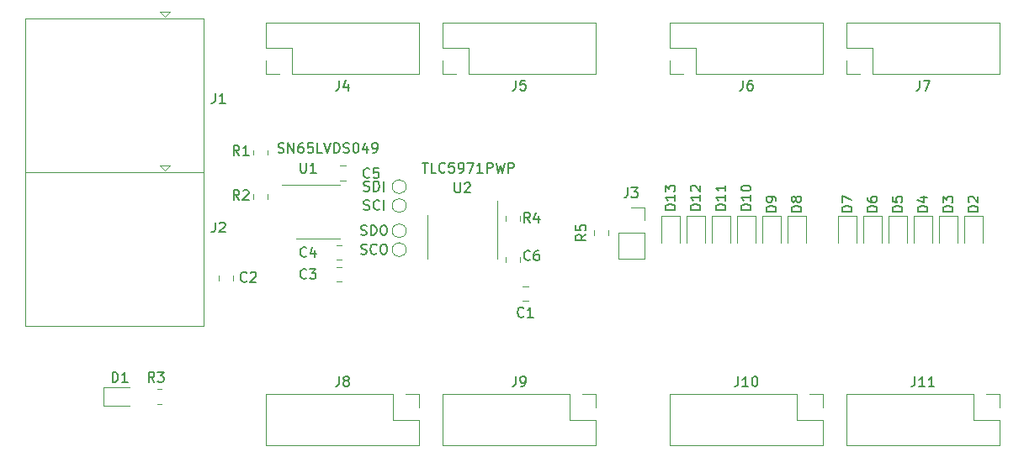
<source format=gbr>
%TF.GenerationSoftware,KiCad,Pcbnew,8.0.2*%
%TF.CreationDate,2025-01-01T18:30:46+01:00*%
%TF.ProjectId,test,74657374-2e6b-4696-9361-645f70636258,rev?*%
%TF.SameCoordinates,Original*%
%TF.FileFunction,Legend,Top*%
%TF.FilePolarity,Positive*%
%FSLAX46Y46*%
G04 Gerber Fmt 4.6, Leading zero omitted, Abs format (unit mm)*
G04 Created by KiCad (PCBNEW 8.0.2) date 2025-01-01 18:30:46*
%MOMM*%
%LPD*%
G01*
G04 APERTURE LIST*
%ADD10C,0.150000*%
%ADD11C,0.120000*%
G04 APERTURE END LIST*
D10*
X148954819Y-91166666D02*
X148478628Y-91499999D01*
X148954819Y-91738094D02*
X147954819Y-91738094D01*
X147954819Y-91738094D02*
X147954819Y-91357142D01*
X147954819Y-91357142D02*
X148002438Y-91261904D01*
X148002438Y-91261904D02*
X148050057Y-91214285D01*
X148050057Y-91214285D02*
X148145295Y-91166666D01*
X148145295Y-91166666D02*
X148288152Y-91166666D01*
X148288152Y-91166666D02*
X148383390Y-91214285D01*
X148383390Y-91214285D02*
X148431009Y-91261904D01*
X148431009Y-91261904D02*
X148478628Y-91357142D01*
X148478628Y-91357142D02*
X148478628Y-91738094D01*
X147954819Y-90261904D02*
X147954819Y-90738094D01*
X147954819Y-90738094D02*
X148431009Y-90785713D01*
X148431009Y-90785713D02*
X148383390Y-90738094D01*
X148383390Y-90738094D02*
X148335771Y-90642856D01*
X148335771Y-90642856D02*
X148335771Y-90404761D01*
X148335771Y-90404761D02*
X148383390Y-90309523D01*
X148383390Y-90309523D02*
X148431009Y-90261904D01*
X148431009Y-90261904D02*
X148526247Y-90214285D01*
X148526247Y-90214285D02*
X148764342Y-90214285D01*
X148764342Y-90214285D02*
X148859580Y-90261904D01*
X148859580Y-90261904D02*
X148907200Y-90309523D01*
X148907200Y-90309523D02*
X148954819Y-90404761D01*
X148954819Y-90404761D02*
X148954819Y-90642856D01*
X148954819Y-90642856D02*
X148907200Y-90738094D01*
X148907200Y-90738094D02*
X148859580Y-90785713D01*
X153166666Y-86454819D02*
X153166666Y-87169104D01*
X153166666Y-87169104D02*
X153119047Y-87311961D01*
X153119047Y-87311961D02*
X153023809Y-87407200D01*
X153023809Y-87407200D02*
X152880952Y-87454819D01*
X152880952Y-87454819D02*
X152785714Y-87454819D01*
X153547619Y-86454819D02*
X154166666Y-86454819D01*
X154166666Y-86454819D02*
X153833333Y-86835771D01*
X153833333Y-86835771D02*
X153976190Y-86835771D01*
X153976190Y-86835771D02*
X154071428Y-86883390D01*
X154071428Y-86883390D02*
X154119047Y-86931009D01*
X154119047Y-86931009D02*
X154166666Y-87026247D01*
X154166666Y-87026247D02*
X154166666Y-87264342D01*
X154166666Y-87264342D02*
X154119047Y-87359580D01*
X154119047Y-87359580D02*
X154071428Y-87407200D01*
X154071428Y-87407200D02*
X153976190Y-87454819D01*
X153976190Y-87454819D02*
X153690476Y-87454819D01*
X153690476Y-87454819D02*
X153595238Y-87407200D01*
X153595238Y-87407200D02*
X153547619Y-87359580D01*
X163014819Y-88706785D02*
X162014819Y-88706785D01*
X162014819Y-88706785D02*
X162014819Y-88468690D01*
X162014819Y-88468690D02*
X162062438Y-88325833D01*
X162062438Y-88325833D02*
X162157676Y-88230595D01*
X162157676Y-88230595D02*
X162252914Y-88182976D01*
X162252914Y-88182976D02*
X162443390Y-88135357D01*
X162443390Y-88135357D02*
X162586247Y-88135357D01*
X162586247Y-88135357D02*
X162776723Y-88182976D01*
X162776723Y-88182976D02*
X162871961Y-88230595D01*
X162871961Y-88230595D02*
X162967200Y-88325833D01*
X162967200Y-88325833D02*
X163014819Y-88468690D01*
X163014819Y-88468690D02*
X163014819Y-88706785D01*
X163014819Y-87182976D02*
X163014819Y-87754404D01*
X163014819Y-87468690D02*
X162014819Y-87468690D01*
X162014819Y-87468690D02*
X162157676Y-87563928D01*
X162157676Y-87563928D02*
X162252914Y-87659166D01*
X162252914Y-87659166D02*
X162300533Y-87754404D01*
X163014819Y-86230595D02*
X163014819Y-86802023D01*
X163014819Y-86516309D02*
X162014819Y-86516309D01*
X162014819Y-86516309D02*
X162157676Y-86611547D01*
X162157676Y-86611547D02*
X162252914Y-86706785D01*
X162252914Y-86706785D02*
X162300533Y-86802023D01*
X142708333Y-99419580D02*
X142660714Y-99467200D01*
X142660714Y-99467200D02*
X142517857Y-99514819D01*
X142517857Y-99514819D02*
X142422619Y-99514819D01*
X142422619Y-99514819D02*
X142279762Y-99467200D01*
X142279762Y-99467200D02*
X142184524Y-99371961D01*
X142184524Y-99371961D02*
X142136905Y-99276723D01*
X142136905Y-99276723D02*
X142089286Y-99086247D01*
X142089286Y-99086247D02*
X142089286Y-98943390D01*
X142089286Y-98943390D02*
X142136905Y-98752914D01*
X142136905Y-98752914D02*
X142184524Y-98657676D01*
X142184524Y-98657676D02*
X142279762Y-98562438D01*
X142279762Y-98562438D02*
X142422619Y-98514819D01*
X142422619Y-98514819D02*
X142517857Y-98514819D01*
X142517857Y-98514819D02*
X142660714Y-98562438D01*
X142660714Y-98562438D02*
X142708333Y-98610057D01*
X143660714Y-99514819D02*
X143089286Y-99514819D01*
X143375000Y-99514819D02*
X143375000Y-98514819D01*
X143375000Y-98514819D02*
X143279762Y-98657676D01*
X143279762Y-98657676D02*
X143184524Y-98752914D01*
X143184524Y-98752914D02*
X143089286Y-98800533D01*
X111666666Y-89954819D02*
X111666666Y-90669104D01*
X111666666Y-90669104D02*
X111619047Y-90811961D01*
X111619047Y-90811961D02*
X111523809Y-90907200D01*
X111523809Y-90907200D02*
X111380952Y-90954819D01*
X111380952Y-90954819D02*
X111285714Y-90954819D01*
X112095238Y-90050057D02*
X112142857Y-90002438D01*
X112142857Y-90002438D02*
X112238095Y-89954819D01*
X112238095Y-89954819D02*
X112476190Y-89954819D01*
X112476190Y-89954819D02*
X112571428Y-90002438D01*
X112571428Y-90002438D02*
X112619047Y-90050057D01*
X112619047Y-90050057D02*
X112666666Y-90145295D01*
X112666666Y-90145295D02*
X112666666Y-90240533D01*
X112666666Y-90240533D02*
X112619047Y-90383390D01*
X112619047Y-90383390D02*
X112047619Y-90954819D01*
X112047619Y-90954819D02*
X112666666Y-90954819D01*
X185874819Y-88865594D02*
X184874819Y-88865594D01*
X184874819Y-88865594D02*
X184874819Y-88627499D01*
X184874819Y-88627499D02*
X184922438Y-88484642D01*
X184922438Y-88484642D02*
X185017676Y-88389404D01*
X185017676Y-88389404D02*
X185112914Y-88341785D01*
X185112914Y-88341785D02*
X185303390Y-88294166D01*
X185303390Y-88294166D02*
X185446247Y-88294166D01*
X185446247Y-88294166D02*
X185636723Y-88341785D01*
X185636723Y-88341785D02*
X185731961Y-88389404D01*
X185731961Y-88389404D02*
X185827200Y-88484642D01*
X185827200Y-88484642D02*
X185874819Y-88627499D01*
X185874819Y-88627499D02*
X185874819Y-88865594D01*
X184874819Y-87960832D02*
X184874819Y-87341785D01*
X184874819Y-87341785D02*
X185255771Y-87675118D01*
X185255771Y-87675118D02*
X185255771Y-87532261D01*
X185255771Y-87532261D02*
X185303390Y-87437023D01*
X185303390Y-87437023D02*
X185351009Y-87389404D01*
X185351009Y-87389404D02*
X185446247Y-87341785D01*
X185446247Y-87341785D02*
X185684342Y-87341785D01*
X185684342Y-87341785D02*
X185779580Y-87389404D01*
X185779580Y-87389404D02*
X185827200Y-87437023D01*
X185827200Y-87437023D02*
X185874819Y-87532261D01*
X185874819Y-87532261D02*
X185874819Y-87817975D01*
X185874819Y-87817975D02*
X185827200Y-87913213D01*
X185827200Y-87913213D02*
X185779580Y-87960832D01*
X127188333Y-85404580D02*
X127140714Y-85452200D01*
X127140714Y-85452200D02*
X126997857Y-85499819D01*
X126997857Y-85499819D02*
X126902619Y-85499819D01*
X126902619Y-85499819D02*
X126759762Y-85452200D01*
X126759762Y-85452200D02*
X126664524Y-85356961D01*
X126664524Y-85356961D02*
X126616905Y-85261723D01*
X126616905Y-85261723D02*
X126569286Y-85071247D01*
X126569286Y-85071247D02*
X126569286Y-84928390D01*
X126569286Y-84928390D02*
X126616905Y-84737914D01*
X126616905Y-84737914D02*
X126664524Y-84642676D01*
X126664524Y-84642676D02*
X126759762Y-84547438D01*
X126759762Y-84547438D02*
X126902619Y-84499819D01*
X126902619Y-84499819D02*
X126997857Y-84499819D01*
X126997857Y-84499819D02*
X127140714Y-84547438D01*
X127140714Y-84547438D02*
X127188333Y-84595057D01*
X128093095Y-84499819D02*
X127616905Y-84499819D01*
X127616905Y-84499819D02*
X127569286Y-84976009D01*
X127569286Y-84976009D02*
X127616905Y-84928390D01*
X127616905Y-84928390D02*
X127712143Y-84880771D01*
X127712143Y-84880771D02*
X127950238Y-84880771D01*
X127950238Y-84880771D02*
X128045476Y-84928390D01*
X128045476Y-84928390D02*
X128093095Y-84976009D01*
X128093095Y-84976009D02*
X128140714Y-85071247D01*
X128140714Y-85071247D02*
X128140714Y-85309342D01*
X128140714Y-85309342D02*
X128093095Y-85404580D01*
X128093095Y-85404580D02*
X128045476Y-85452200D01*
X128045476Y-85452200D02*
X127950238Y-85499819D01*
X127950238Y-85499819D02*
X127712143Y-85499819D01*
X127712143Y-85499819D02*
X127616905Y-85452200D01*
X127616905Y-85452200D02*
X127569286Y-85404580D01*
X168094819Y-88865594D02*
X167094819Y-88865594D01*
X167094819Y-88865594D02*
X167094819Y-88627499D01*
X167094819Y-88627499D02*
X167142438Y-88484642D01*
X167142438Y-88484642D02*
X167237676Y-88389404D01*
X167237676Y-88389404D02*
X167332914Y-88341785D01*
X167332914Y-88341785D02*
X167523390Y-88294166D01*
X167523390Y-88294166D02*
X167666247Y-88294166D01*
X167666247Y-88294166D02*
X167856723Y-88341785D01*
X167856723Y-88341785D02*
X167951961Y-88389404D01*
X167951961Y-88389404D02*
X168047200Y-88484642D01*
X168047200Y-88484642D02*
X168094819Y-88627499D01*
X168094819Y-88627499D02*
X168094819Y-88865594D01*
X168094819Y-87817975D02*
X168094819Y-87627499D01*
X168094819Y-87627499D02*
X168047200Y-87532261D01*
X168047200Y-87532261D02*
X167999580Y-87484642D01*
X167999580Y-87484642D02*
X167856723Y-87389404D01*
X167856723Y-87389404D02*
X167666247Y-87341785D01*
X167666247Y-87341785D02*
X167285295Y-87341785D01*
X167285295Y-87341785D02*
X167190057Y-87389404D01*
X167190057Y-87389404D02*
X167142438Y-87437023D01*
X167142438Y-87437023D02*
X167094819Y-87532261D01*
X167094819Y-87532261D02*
X167094819Y-87722737D01*
X167094819Y-87722737D02*
X167142438Y-87817975D01*
X167142438Y-87817975D02*
X167190057Y-87865594D01*
X167190057Y-87865594D02*
X167285295Y-87913213D01*
X167285295Y-87913213D02*
X167523390Y-87913213D01*
X167523390Y-87913213D02*
X167618628Y-87865594D01*
X167618628Y-87865594D02*
X167666247Y-87817975D01*
X167666247Y-87817975D02*
X167713866Y-87722737D01*
X167713866Y-87722737D02*
X167713866Y-87532261D01*
X167713866Y-87532261D02*
X167666247Y-87437023D01*
X167666247Y-87437023D02*
X167618628Y-87389404D01*
X167618628Y-87389404D02*
X167523390Y-87341785D01*
X182070476Y-105499819D02*
X182070476Y-106214104D01*
X182070476Y-106214104D02*
X182022857Y-106356961D01*
X182022857Y-106356961D02*
X181927619Y-106452200D01*
X181927619Y-106452200D02*
X181784762Y-106499819D01*
X181784762Y-106499819D02*
X181689524Y-106499819D01*
X183070476Y-106499819D02*
X182499048Y-106499819D01*
X182784762Y-106499819D02*
X182784762Y-105499819D01*
X182784762Y-105499819D02*
X182689524Y-105642676D01*
X182689524Y-105642676D02*
X182594286Y-105737914D01*
X182594286Y-105737914D02*
X182499048Y-105785533D01*
X184022857Y-106499819D02*
X183451429Y-106499819D01*
X183737143Y-106499819D02*
X183737143Y-105499819D01*
X183737143Y-105499819D02*
X183641905Y-105642676D01*
X183641905Y-105642676D02*
X183546667Y-105737914D01*
X183546667Y-105737914D02*
X183451429Y-105785533D01*
X160474819Y-88706785D02*
X159474819Y-88706785D01*
X159474819Y-88706785D02*
X159474819Y-88468690D01*
X159474819Y-88468690D02*
X159522438Y-88325833D01*
X159522438Y-88325833D02*
X159617676Y-88230595D01*
X159617676Y-88230595D02*
X159712914Y-88182976D01*
X159712914Y-88182976D02*
X159903390Y-88135357D01*
X159903390Y-88135357D02*
X160046247Y-88135357D01*
X160046247Y-88135357D02*
X160236723Y-88182976D01*
X160236723Y-88182976D02*
X160331961Y-88230595D01*
X160331961Y-88230595D02*
X160427200Y-88325833D01*
X160427200Y-88325833D02*
X160474819Y-88468690D01*
X160474819Y-88468690D02*
X160474819Y-88706785D01*
X160474819Y-87182976D02*
X160474819Y-87754404D01*
X160474819Y-87468690D02*
X159474819Y-87468690D01*
X159474819Y-87468690D02*
X159617676Y-87563928D01*
X159617676Y-87563928D02*
X159712914Y-87659166D01*
X159712914Y-87659166D02*
X159760533Y-87754404D01*
X159570057Y-86802023D02*
X159522438Y-86754404D01*
X159522438Y-86754404D02*
X159474819Y-86659166D01*
X159474819Y-86659166D02*
X159474819Y-86421071D01*
X159474819Y-86421071D02*
X159522438Y-86325833D01*
X159522438Y-86325833D02*
X159570057Y-86278214D01*
X159570057Y-86278214D02*
X159665295Y-86230595D01*
X159665295Y-86230595D02*
X159760533Y-86230595D01*
X159760533Y-86230595D02*
X159903390Y-86278214D01*
X159903390Y-86278214D02*
X160474819Y-86849642D01*
X160474819Y-86849642D02*
X160474819Y-86230595D01*
X126611191Y-88672200D02*
X126754048Y-88719819D01*
X126754048Y-88719819D02*
X126992143Y-88719819D01*
X126992143Y-88719819D02*
X127087381Y-88672200D01*
X127087381Y-88672200D02*
X127135000Y-88624580D01*
X127135000Y-88624580D02*
X127182619Y-88529342D01*
X127182619Y-88529342D02*
X127182619Y-88434104D01*
X127182619Y-88434104D02*
X127135000Y-88338866D01*
X127135000Y-88338866D02*
X127087381Y-88291247D01*
X127087381Y-88291247D02*
X126992143Y-88243628D01*
X126992143Y-88243628D02*
X126801667Y-88196009D01*
X126801667Y-88196009D02*
X126706429Y-88148390D01*
X126706429Y-88148390D02*
X126658810Y-88100771D01*
X126658810Y-88100771D02*
X126611191Y-88005533D01*
X126611191Y-88005533D02*
X126611191Y-87910295D01*
X126611191Y-87910295D02*
X126658810Y-87815057D01*
X126658810Y-87815057D02*
X126706429Y-87767438D01*
X126706429Y-87767438D02*
X126801667Y-87719819D01*
X126801667Y-87719819D02*
X127039762Y-87719819D01*
X127039762Y-87719819D02*
X127182619Y-87767438D01*
X128182619Y-88624580D02*
X128135000Y-88672200D01*
X128135000Y-88672200D02*
X127992143Y-88719819D01*
X127992143Y-88719819D02*
X127896905Y-88719819D01*
X127896905Y-88719819D02*
X127754048Y-88672200D01*
X127754048Y-88672200D02*
X127658810Y-88576961D01*
X127658810Y-88576961D02*
X127611191Y-88481723D01*
X127611191Y-88481723D02*
X127563572Y-88291247D01*
X127563572Y-88291247D02*
X127563572Y-88148390D01*
X127563572Y-88148390D02*
X127611191Y-87957914D01*
X127611191Y-87957914D02*
X127658810Y-87862676D01*
X127658810Y-87862676D02*
X127754048Y-87767438D01*
X127754048Y-87767438D02*
X127896905Y-87719819D01*
X127896905Y-87719819D02*
X127992143Y-87719819D01*
X127992143Y-87719819D02*
X128135000Y-87767438D01*
X128135000Y-87767438D02*
X128182619Y-87815057D01*
X128611191Y-88719819D02*
X128611191Y-87719819D01*
X101324405Y-106049819D02*
X101324405Y-105049819D01*
X101324405Y-105049819D02*
X101562500Y-105049819D01*
X101562500Y-105049819D02*
X101705357Y-105097438D01*
X101705357Y-105097438D02*
X101800595Y-105192676D01*
X101800595Y-105192676D02*
X101848214Y-105287914D01*
X101848214Y-105287914D02*
X101895833Y-105478390D01*
X101895833Y-105478390D02*
X101895833Y-105621247D01*
X101895833Y-105621247D02*
X101848214Y-105811723D01*
X101848214Y-105811723D02*
X101800595Y-105906961D01*
X101800595Y-105906961D02*
X101705357Y-106002200D01*
X101705357Y-106002200D02*
X101562500Y-106049819D01*
X101562500Y-106049819D02*
X101324405Y-106049819D01*
X102848214Y-106049819D02*
X102276786Y-106049819D01*
X102562500Y-106049819D02*
X102562500Y-105049819D01*
X102562500Y-105049819D02*
X102467262Y-105192676D01*
X102467262Y-105192676D02*
X102372024Y-105287914D01*
X102372024Y-105287914D02*
X102276786Y-105335533D01*
X141906666Y-75654819D02*
X141906666Y-76369104D01*
X141906666Y-76369104D02*
X141859047Y-76511961D01*
X141859047Y-76511961D02*
X141763809Y-76607200D01*
X141763809Y-76607200D02*
X141620952Y-76654819D01*
X141620952Y-76654819D02*
X141525714Y-76654819D01*
X142859047Y-75654819D02*
X142382857Y-75654819D01*
X142382857Y-75654819D02*
X142335238Y-76131009D01*
X142335238Y-76131009D02*
X142382857Y-76083390D01*
X142382857Y-76083390D02*
X142478095Y-76035771D01*
X142478095Y-76035771D02*
X142716190Y-76035771D01*
X142716190Y-76035771D02*
X142811428Y-76083390D01*
X142811428Y-76083390D02*
X142859047Y-76131009D01*
X142859047Y-76131009D02*
X142906666Y-76226247D01*
X142906666Y-76226247D02*
X142906666Y-76464342D01*
X142906666Y-76464342D02*
X142859047Y-76559580D01*
X142859047Y-76559580D02*
X142811428Y-76607200D01*
X142811428Y-76607200D02*
X142716190Y-76654819D01*
X142716190Y-76654819D02*
X142478095Y-76654819D01*
X142478095Y-76654819D02*
X142382857Y-76607200D01*
X142382857Y-76607200D02*
X142335238Y-76559580D01*
X111666666Y-76954819D02*
X111666666Y-77669104D01*
X111666666Y-77669104D02*
X111619047Y-77811961D01*
X111619047Y-77811961D02*
X111523809Y-77907200D01*
X111523809Y-77907200D02*
X111380952Y-77954819D01*
X111380952Y-77954819D02*
X111285714Y-77954819D01*
X112666666Y-77954819D02*
X112095238Y-77954819D01*
X112380952Y-77954819D02*
X112380952Y-76954819D01*
X112380952Y-76954819D02*
X112285714Y-77097676D01*
X112285714Y-77097676D02*
X112190476Y-77192914D01*
X112190476Y-77192914D02*
X112095238Y-77240533D01*
X182546666Y-75654819D02*
X182546666Y-76369104D01*
X182546666Y-76369104D02*
X182499047Y-76511961D01*
X182499047Y-76511961D02*
X182403809Y-76607200D01*
X182403809Y-76607200D02*
X182260952Y-76654819D01*
X182260952Y-76654819D02*
X182165714Y-76654819D01*
X182927619Y-75654819D02*
X183594285Y-75654819D01*
X183594285Y-75654819D02*
X183165714Y-76654819D01*
X114083333Y-83204819D02*
X113750000Y-82728628D01*
X113511905Y-83204819D02*
X113511905Y-82204819D01*
X113511905Y-82204819D02*
X113892857Y-82204819D01*
X113892857Y-82204819D02*
X113988095Y-82252438D01*
X113988095Y-82252438D02*
X114035714Y-82300057D01*
X114035714Y-82300057D02*
X114083333Y-82395295D01*
X114083333Y-82395295D02*
X114083333Y-82538152D01*
X114083333Y-82538152D02*
X114035714Y-82633390D01*
X114035714Y-82633390D02*
X113988095Y-82681009D01*
X113988095Y-82681009D02*
X113892857Y-82728628D01*
X113892857Y-82728628D02*
X113511905Y-82728628D01*
X115035714Y-83204819D02*
X114464286Y-83204819D01*
X114750000Y-83204819D02*
X114750000Y-82204819D01*
X114750000Y-82204819D02*
X114654762Y-82347676D01*
X114654762Y-82347676D02*
X114559524Y-82442914D01*
X114559524Y-82442914D02*
X114464286Y-82490533D01*
X164766666Y-75654819D02*
X164766666Y-76369104D01*
X164766666Y-76369104D02*
X164719047Y-76511961D01*
X164719047Y-76511961D02*
X164623809Y-76607200D01*
X164623809Y-76607200D02*
X164480952Y-76654819D01*
X164480952Y-76654819D02*
X164385714Y-76654819D01*
X165671428Y-75654819D02*
X165480952Y-75654819D01*
X165480952Y-75654819D02*
X165385714Y-75702438D01*
X165385714Y-75702438D02*
X165338095Y-75750057D01*
X165338095Y-75750057D02*
X165242857Y-75892914D01*
X165242857Y-75892914D02*
X165195238Y-76083390D01*
X165195238Y-76083390D02*
X165195238Y-76464342D01*
X165195238Y-76464342D02*
X165242857Y-76559580D01*
X165242857Y-76559580D02*
X165290476Y-76607200D01*
X165290476Y-76607200D02*
X165385714Y-76654819D01*
X165385714Y-76654819D02*
X165576190Y-76654819D01*
X165576190Y-76654819D02*
X165671428Y-76607200D01*
X165671428Y-76607200D02*
X165719047Y-76559580D01*
X165719047Y-76559580D02*
X165766666Y-76464342D01*
X165766666Y-76464342D02*
X165766666Y-76226247D01*
X165766666Y-76226247D02*
X165719047Y-76131009D01*
X165719047Y-76131009D02*
X165671428Y-76083390D01*
X165671428Y-76083390D02*
X165576190Y-76035771D01*
X165576190Y-76035771D02*
X165385714Y-76035771D01*
X165385714Y-76035771D02*
X165290476Y-76083390D01*
X165290476Y-76083390D02*
X165242857Y-76131009D01*
X165242857Y-76131009D02*
X165195238Y-76226247D01*
X124126666Y-75654819D02*
X124126666Y-76369104D01*
X124126666Y-76369104D02*
X124079047Y-76511961D01*
X124079047Y-76511961D02*
X123983809Y-76607200D01*
X123983809Y-76607200D02*
X123840952Y-76654819D01*
X123840952Y-76654819D02*
X123745714Y-76654819D01*
X125031428Y-75988152D02*
X125031428Y-76654819D01*
X124793333Y-75607200D02*
X124555238Y-76321485D01*
X124555238Y-76321485D02*
X125174285Y-76321485D01*
X178254819Y-88865594D02*
X177254819Y-88865594D01*
X177254819Y-88865594D02*
X177254819Y-88627499D01*
X177254819Y-88627499D02*
X177302438Y-88484642D01*
X177302438Y-88484642D02*
X177397676Y-88389404D01*
X177397676Y-88389404D02*
X177492914Y-88341785D01*
X177492914Y-88341785D02*
X177683390Y-88294166D01*
X177683390Y-88294166D02*
X177826247Y-88294166D01*
X177826247Y-88294166D02*
X178016723Y-88341785D01*
X178016723Y-88341785D02*
X178111961Y-88389404D01*
X178111961Y-88389404D02*
X178207200Y-88484642D01*
X178207200Y-88484642D02*
X178254819Y-88627499D01*
X178254819Y-88627499D02*
X178254819Y-88865594D01*
X177254819Y-87437023D02*
X177254819Y-87627499D01*
X177254819Y-87627499D02*
X177302438Y-87722737D01*
X177302438Y-87722737D02*
X177350057Y-87770356D01*
X177350057Y-87770356D02*
X177492914Y-87865594D01*
X177492914Y-87865594D02*
X177683390Y-87913213D01*
X177683390Y-87913213D02*
X178064342Y-87913213D01*
X178064342Y-87913213D02*
X178159580Y-87865594D01*
X178159580Y-87865594D02*
X178207200Y-87817975D01*
X178207200Y-87817975D02*
X178254819Y-87722737D01*
X178254819Y-87722737D02*
X178254819Y-87532261D01*
X178254819Y-87532261D02*
X178207200Y-87437023D01*
X178207200Y-87437023D02*
X178159580Y-87389404D01*
X178159580Y-87389404D02*
X178064342Y-87341785D01*
X178064342Y-87341785D02*
X177826247Y-87341785D01*
X177826247Y-87341785D02*
X177731009Y-87389404D01*
X177731009Y-87389404D02*
X177683390Y-87437023D01*
X177683390Y-87437023D02*
X177635771Y-87532261D01*
X177635771Y-87532261D02*
X177635771Y-87722737D01*
X177635771Y-87722737D02*
X177683390Y-87817975D01*
X177683390Y-87817975D02*
X177731009Y-87865594D01*
X177731009Y-87865594D02*
X177826247Y-87913213D01*
X157934819Y-88706785D02*
X156934819Y-88706785D01*
X156934819Y-88706785D02*
X156934819Y-88468690D01*
X156934819Y-88468690D02*
X156982438Y-88325833D01*
X156982438Y-88325833D02*
X157077676Y-88230595D01*
X157077676Y-88230595D02*
X157172914Y-88182976D01*
X157172914Y-88182976D02*
X157363390Y-88135357D01*
X157363390Y-88135357D02*
X157506247Y-88135357D01*
X157506247Y-88135357D02*
X157696723Y-88182976D01*
X157696723Y-88182976D02*
X157791961Y-88230595D01*
X157791961Y-88230595D02*
X157887200Y-88325833D01*
X157887200Y-88325833D02*
X157934819Y-88468690D01*
X157934819Y-88468690D02*
X157934819Y-88706785D01*
X157934819Y-87182976D02*
X157934819Y-87754404D01*
X157934819Y-87468690D02*
X156934819Y-87468690D01*
X156934819Y-87468690D02*
X157077676Y-87563928D01*
X157077676Y-87563928D02*
X157172914Y-87659166D01*
X157172914Y-87659166D02*
X157220533Y-87754404D01*
X156934819Y-86849642D02*
X156934819Y-86230595D01*
X156934819Y-86230595D02*
X157315771Y-86563928D01*
X157315771Y-86563928D02*
X157315771Y-86421071D01*
X157315771Y-86421071D02*
X157363390Y-86325833D01*
X157363390Y-86325833D02*
X157411009Y-86278214D01*
X157411009Y-86278214D02*
X157506247Y-86230595D01*
X157506247Y-86230595D02*
X157744342Y-86230595D01*
X157744342Y-86230595D02*
X157839580Y-86278214D01*
X157839580Y-86278214D02*
X157887200Y-86325833D01*
X157887200Y-86325833D02*
X157934819Y-86421071D01*
X157934819Y-86421071D02*
X157934819Y-86706785D01*
X157934819Y-86706785D02*
X157887200Y-86802023D01*
X157887200Y-86802023D02*
X157839580Y-86849642D01*
X114833333Y-95859580D02*
X114785714Y-95907200D01*
X114785714Y-95907200D02*
X114642857Y-95954819D01*
X114642857Y-95954819D02*
X114547619Y-95954819D01*
X114547619Y-95954819D02*
X114404762Y-95907200D01*
X114404762Y-95907200D02*
X114309524Y-95811961D01*
X114309524Y-95811961D02*
X114261905Y-95716723D01*
X114261905Y-95716723D02*
X114214286Y-95526247D01*
X114214286Y-95526247D02*
X114214286Y-95383390D01*
X114214286Y-95383390D02*
X114261905Y-95192914D01*
X114261905Y-95192914D02*
X114309524Y-95097676D01*
X114309524Y-95097676D02*
X114404762Y-95002438D01*
X114404762Y-95002438D02*
X114547619Y-94954819D01*
X114547619Y-94954819D02*
X114642857Y-94954819D01*
X114642857Y-94954819D02*
X114785714Y-95002438D01*
X114785714Y-95002438D02*
X114833333Y-95050057D01*
X115214286Y-95050057D02*
X115261905Y-95002438D01*
X115261905Y-95002438D02*
X115357143Y-94954819D01*
X115357143Y-94954819D02*
X115595238Y-94954819D01*
X115595238Y-94954819D02*
X115690476Y-95002438D01*
X115690476Y-95002438D02*
X115738095Y-95050057D01*
X115738095Y-95050057D02*
X115785714Y-95145295D01*
X115785714Y-95145295D02*
X115785714Y-95240533D01*
X115785714Y-95240533D02*
X115738095Y-95383390D01*
X115738095Y-95383390D02*
X115166667Y-95954819D01*
X115166667Y-95954819D02*
X115785714Y-95954819D01*
X175714819Y-88865594D02*
X174714819Y-88865594D01*
X174714819Y-88865594D02*
X174714819Y-88627499D01*
X174714819Y-88627499D02*
X174762438Y-88484642D01*
X174762438Y-88484642D02*
X174857676Y-88389404D01*
X174857676Y-88389404D02*
X174952914Y-88341785D01*
X174952914Y-88341785D02*
X175143390Y-88294166D01*
X175143390Y-88294166D02*
X175286247Y-88294166D01*
X175286247Y-88294166D02*
X175476723Y-88341785D01*
X175476723Y-88341785D02*
X175571961Y-88389404D01*
X175571961Y-88389404D02*
X175667200Y-88484642D01*
X175667200Y-88484642D02*
X175714819Y-88627499D01*
X175714819Y-88627499D02*
X175714819Y-88865594D01*
X174714819Y-87960832D02*
X174714819Y-87294166D01*
X174714819Y-87294166D02*
X175714819Y-87722737D01*
X114083333Y-87704819D02*
X113750000Y-87228628D01*
X113511905Y-87704819D02*
X113511905Y-86704819D01*
X113511905Y-86704819D02*
X113892857Y-86704819D01*
X113892857Y-86704819D02*
X113988095Y-86752438D01*
X113988095Y-86752438D02*
X114035714Y-86800057D01*
X114035714Y-86800057D02*
X114083333Y-86895295D01*
X114083333Y-86895295D02*
X114083333Y-87038152D01*
X114083333Y-87038152D02*
X114035714Y-87133390D01*
X114035714Y-87133390D02*
X113988095Y-87181009D01*
X113988095Y-87181009D02*
X113892857Y-87228628D01*
X113892857Y-87228628D02*
X113511905Y-87228628D01*
X114464286Y-86800057D02*
X114511905Y-86752438D01*
X114511905Y-86752438D02*
X114607143Y-86704819D01*
X114607143Y-86704819D02*
X114845238Y-86704819D01*
X114845238Y-86704819D02*
X114940476Y-86752438D01*
X114940476Y-86752438D02*
X114988095Y-86800057D01*
X114988095Y-86800057D02*
X115035714Y-86895295D01*
X115035714Y-86895295D02*
X115035714Y-86990533D01*
X115035714Y-86990533D02*
X114988095Y-87133390D01*
X114988095Y-87133390D02*
X114416667Y-87704819D01*
X114416667Y-87704819D02*
X115035714Y-87704819D01*
X124126666Y-105499819D02*
X124126666Y-106214104D01*
X124126666Y-106214104D02*
X124079047Y-106356961D01*
X124079047Y-106356961D02*
X123983809Y-106452200D01*
X123983809Y-106452200D02*
X123840952Y-106499819D01*
X123840952Y-106499819D02*
X123745714Y-106499819D01*
X124745714Y-105928390D02*
X124650476Y-105880771D01*
X124650476Y-105880771D02*
X124602857Y-105833152D01*
X124602857Y-105833152D02*
X124555238Y-105737914D01*
X124555238Y-105737914D02*
X124555238Y-105690295D01*
X124555238Y-105690295D02*
X124602857Y-105595057D01*
X124602857Y-105595057D02*
X124650476Y-105547438D01*
X124650476Y-105547438D02*
X124745714Y-105499819D01*
X124745714Y-105499819D02*
X124936190Y-105499819D01*
X124936190Y-105499819D02*
X125031428Y-105547438D01*
X125031428Y-105547438D02*
X125079047Y-105595057D01*
X125079047Y-105595057D02*
X125126666Y-105690295D01*
X125126666Y-105690295D02*
X125126666Y-105737914D01*
X125126666Y-105737914D02*
X125079047Y-105833152D01*
X125079047Y-105833152D02*
X125031428Y-105880771D01*
X125031428Y-105880771D02*
X124936190Y-105928390D01*
X124936190Y-105928390D02*
X124745714Y-105928390D01*
X124745714Y-105928390D02*
X124650476Y-105976009D01*
X124650476Y-105976009D02*
X124602857Y-106023628D01*
X124602857Y-106023628D02*
X124555238Y-106118866D01*
X124555238Y-106118866D02*
X124555238Y-106309342D01*
X124555238Y-106309342D02*
X124602857Y-106404580D01*
X124602857Y-106404580D02*
X124650476Y-106452200D01*
X124650476Y-106452200D02*
X124745714Y-106499819D01*
X124745714Y-106499819D02*
X124936190Y-106499819D01*
X124936190Y-106499819D02*
X125031428Y-106452200D01*
X125031428Y-106452200D02*
X125079047Y-106404580D01*
X125079047Y-106404580D02*
X125126666Y-106309342D01*
X125126666Y-106309342D02*
X125126666Y-106118866D01*
X125126666Y-106118866D02*
X125079047Y-106023628D01*
X125079047Y-106023628D02*
X125031428Y-105976009D01*
X125031428Y-105976009D02*
X124936190Y-105928390D01*
X164290476Y-105499819D02*
X164290476Y-106214104D01*
X164290476Y-106214104D02*
X164242857Y-106356961D01*
X164242857Y-106356961D02*
X164147619Y-106452200D01*
X164147619Y-106452200D02*
X164004762Y-106499819D01*
X164004762Y-106499819D02*
X163909524Y-106499819D01*
X165290476Y-106499819D02*
X164719048Y-106499819D01*
X165004762Y-106499819D02*
X165004762Y-105499819D01*
X165004762Y-105499819D02*
X164909524Y-105642676D01*
X164909524Y-105642676D02*
X164814286Y-105737914D01*
X164814286Y-105737914D02*
X164719048Y-105785533D01*
X165909524Y-105499819D02*
X166004762Y-105499819D01*
X166004762Y-105499819D02*
X166100000Y-105547438D01*
X166100000Y-105547438D02*
X166147619Y-105595057D01*
X166147619Y-105595057D02*
X166195238Y-105690295D01*
X166195238Y-105690295D02*
X166242857Y-105880771D01*
X166242857Y-105880771D02*
X166242857Y-106118866D01*
X166242857Y-106118866D02*
X166195238Y-106309342D01*
X166195238Y-106309342D02*
X166147619Y-106404580D01*
X166147619Y-106404580D02*
X166100000Y-106452200D01*
X166100000Y-106452200D02*
X166004762Y-106499819D01*
X166004762Y-106499819D02*
X165909524Y-106499819D01*
X165909524Y-106499819D02*
X165814286Y-106452200D01*
X165814286Y-106452200D02*
X165766667Y-106404580D01*
X165766667Y-106404580D02*
X165719048Y-106309342D01*
X165719048Y-106309342D02*
X165671429Y-106118866D01*
X165671429Y-106118866D02*
X165671429Y-105880771D01*
X165671429Y-105880771D02*
X165719048Y-105690295D01*
X165719048Y-105690295D02*
X165766667Y-105595057D01*
X165766667Y-105595057D02*
X165814286Y-105547438D01*
X165814286Y-105547438D02*
X165909524Y-105499819D01*
X120833333Y-95559580D02*
X120785714Y-95607200D01*
X120785714Y-95607200D02*
X120642857Y-95654819D01*
X120642857Y-95654819D02*
X120547619Y-95654819D01*
X120547619Y-95654819D02*
X120404762Y-95607200D01*
X120404762Y-95607200D02*
X120309524Y-95511961D01*
X120309524Y-95511961D02*
X120261905Y-95416723D01*
X120261905Y-95416723D02*
X120214286Y-95226247D01*
X120214286Y-95226247D02*
X120214286Y-95083390D01*
X120214286Y-95083390D02*
X120261905Y-94892914D01*
X120261905Y-94892914D02*
X120309524Y-94797676D01*
X120309524Y-94797676D02*
X120404762Y-94702438D01*
X120404762Y-94702438D02*
X120547619Y-94654819D01*
X120547619Y-94654819D02*
X120642857Y-94654819D01*
X120642857Y-94654819D02*
X120785714Y-94702438D01*
X120785714Y-94702438D02*
X120833333Y-94750057D01*
X121166667Y-94654819D02*
X121785714Y-94654819D01*
X121785714Y-94654819D02*
X121452381Y-95035771D01*
X121452381Y-95035771D02*
X121595238Y-95035771D01*
X121595238Y-95035771D02*
X121690476Y-95083390D01*
X121690476Y-95083390D02*
X121738095Y-95131009D01*
X121738095Y-95131009D02*
X121785714Y-95226247D01*
X121785714Y-95226247D02*
X121785714Y-95464342D01*
X121785714Y-95464342D02*
X121738095Y-95559580D01*
X121738095Y-95559580D02*
X121690476Y-95607200D01*
X121690476Y-95607200D02*
X121595238Y-95654819D01*
X121595238Y-95654819D02*
X121309524Y-95654819D01*
X121309524Y-95654819D02*
X121214286Y-95607200D01*
X121214286Y-95607200D02*
X121166667Y-95559580D01*
X143343333Y-89989819D02*
X143010000Y-89513628D01*
X142771905Y-89989819D02*
X142771905Y-88989819D01*
X142771905Y-88989819D02*
X143152857Y-88989819D01*
X143152857Y-88989819D02*
X143248095Y-89037438D01*
X143248095Y-89037438D02*
X143295714Y-89085057D01*
X143295714Y-89085057D02*
X143343333Y-89180295D01*
X143343333Y-89180295D02*
X143343333Y-89323152D01*
X143343333Y-89323152D02*
X143295714Y-89418390D01*
X143295714Y-89418390D02*
X143248095Y-89466009D01*
X143248095Y-89466009D02*
X143152857Y-89513628D01*
X143152857Y-89513628D02*
X142771905Y-89513628D01*
X144200476Y-89323152D02*
X144200476Y-89989819D01*
X143962381Y-88942200D02*
X143724286Y-89656485D01*
X143724286Y-89656485D02*
X144343333Y-89656485D01*
X126611191Y-86767200D02*
X126754048Y-86814819D01*
X126754048Y-86814819D02*
X126992143Y-86814819D01*
X126992143Y-86814819D02*
X127087381Y-86767200D01*
X127087381Y-86767200D02*
X127135000Y-86719580D01*
X127135000Y-86719580D02*
X127182619Y-86624342D01*
X127182619Y-86624342D02*
X127182619Y-86529104D01*
X127182619Y-86529104D02*
X127135000Y-86433866D01*
X127135000Y-86433866D02*
X127087381Y-86386247D01*
X127087381Y-86386247D02*
X126992143Y-86338628D01*
X126992143Y-86338628D02*
X126801667Y-86291009D01*
X126801667Y-86291009D02*
X126706429Y-86243390D01*
X126706429Y-86243390D02*
X126658810Y-86195771D01*
X126658810Y-86195771D02*
X126611191Y-86100533D01*
X126611191Y-86100533D02*
X126611191Y-86005295D01*
X126611191Y-86005295D02*
X126658810Y-85910057D01*
X126658810Y-85910057D02*
X126706429Y-85862438D01*
X126706429Y-85862438D02*
X126801667Y-85814819D01*
X126801667Y-85814819D02*
X127039762Y-85814819D01*
X127039762Y-85814819D02*
X127182619Y-85862438D01*
X127611191Y-86814819D02*
X127611191Y-85814819D01*
X127611191Y-85814819D02*
X127849286Y-85814819D01*
X127849286Y-85814819D02*
X127992143Y-85862438D01*
X127992143Y-85862438D02*
X128087381Y-85957676D01*
X128087381Y-85957676D02*
X128135000Y-86052914D01*
X128135000Y-86052914D02*
X128182619Y-86243390D01*
X128182619Y-86243390D02*
X128182619Y-86386247D01*
X128182619Y-86386247D02*
X128135000Y-86576723D01*
X128135000Y-86576723D02*
X128087381Y-86671961D01*
X128087381Y-86671961D02*
X127992143Y-86767200D01*
X127992143Y-86767200D02*
X127849286Y-86814819D01*
X127849286Y-86814819D02*
X127611191Y-86814819D01*
X128611191Y-86814819D02*
X128611191Y-85814819D01*
X135763095Y-85954819D02*
X135763095Y-86764342D01*
X135763095Y-86764342D02*
X135810714Y-86859580D01*
X135810714Y-86859580D02*
X135858333Y-86907200D01*
X135858333Y-86907200D02*
X135953571Y-86954819D01*
X135953571Y-86954819D02*
X136144047Y-86954819D01*
X136144047Y-86954819D02*
X136239285Y-86907200D01*
X136239285Y-86907200D02*
X136286904Y-86859580D01*
X136286904Y-86859580D02*
X136334523Y-86764342D01*
X136334523Y-86764342D02*
X136334523Y-85954819D01*
X136763095Y-86050057D02*
X136810714Y-86002438D01*
X136810714Y-86002438D02*
X136905952Y-85954819D01*
X136905952Y-85954819D02*
X137144047Y-85954819D01*
X137144047Y-85954819D02*
X137239285Y-86002438D01*
X137239285Y-86002438D02*
X137286904Y-86050057D01*
X137286904Y-86050057D02*
X137334523Y-86145295D01*
X137334523Y-86145295D02*
X137334523Y-86240533D01*
X137334523Y-86240533D02*
X137286904Y-86383390D01*
X137286904Y-86383390D02*
X136715476Y-86954819D01*
X136715476Y-86954819D02*
X137334523Y-86954819D01*
X132493333Y-83954819D02*
X133064761Y-83954819D01*
X132779047Y-84954819D02*
X132779047Y-83954819D01*
X133874285Y-84954819D02*
X133398095Y-84954819D01*
X133398095Y-84954819D02*
X133398095Y-83954819D01*
X134779047Y-84859580D02*
X134731428Y-84907200D01*
X134731428Y-84907200D02*
X134588571Y-84954819D01*
X134588571Y-84954819D02*
X134493333Y-84954819D01*
X134493333Y-84954819D02*
X134350476Y-84907200D01*
X134350476Y-84907200D02*
X134255238Y-84811961D01*
X134255238Y-84811961D02*
X134207619Y-84716723D01*
X134207619Y-84716723D02*
X134160000Y-84526247D01*
X134160000Y-84526247D02*
X134160000Y-84383390D01*
X134160000Y-84383390D02*
X134207619Y-84192914D01*
X134207619Y-84192914D02*
X134255238Y-84097676D01*
X134255238Y-84097676D02*
X134350476Y-84002438D01*
X134350476Y-84002438D02*
X134493333Y-83954819D01*
X134493333Y-83954819D02*
X134588571Y-83954819D01*
X134588571Y-83954819D02*
X134731428Y-84002438D01*
X134731428Y-84002438D02*
X134779047Y-84050057D01*
X135683809Y-83954819D02*
X135207619Y-83954819D01*
X135207619Y-83954819D02*
X135160000Y-84431009D01*
X135160000Y-84431009D02*
X135207619Y-84383390D01*
X135207619Y-84383390D02*
X135302857Y-84335771D01*
X135302857Y-84335771D02*
X135540952Y-84335771D01*
X135540952Y-84335771D02*
X135636190Y-84383390D01*
X135636190Y-84383390D02*
X135683809Y-84431009D01*
X135683809Y-84431009D02*
X135731428Y-84526247D01*
X135731428Y-84526247D02*
X135731428Y-84764342D01*
X135731428Y-84764342D02*
X135683809Y-84859580D01*
X135683809Y-84859580D02*
X135636190Y-84907200D01*
X135636190Y-84907200D02*
X135540952Y-84954819D01*
X135540952Y-84954819D02*
X135302857Y-84954819D01*
X135302857Y-84954819D02*
X135207619Y-84907200D01*
X135207619Y-84907200D02*
X135160000Y-84859580D01*
X136207619Y-84954819D02*
X136398095Y-84954819D01*
X136398095Y-84954819D02*
X136493333Y-84907200D01*
X136493333Y-84907200D02*
X136540952Y-84859580D01*
X136540952Y-84859580D02*
X136636190Y-84716723D01*
X136636190Y-84716723D02*
X136683809Y-84526247D01*
X136683809Y-84526247D02*
X136683809Y-84145295D01*
X136683809Y-84145295D02*
X136636190Y-84050057D01*
X136636190Y-84050057D02*
X136588571Y-84002438D01*
X136588571Y-84002438D02*
X136493333Y-83954819D01*
X136493333Y-83954819D02*
X136302857Y-83954819D01*
X136302857Y-83954819D02*
X136207619Y-84002438D01*
X136207619Y-84002438D02*
X136160000Y-84050057D01*
X136160000Y-84050057D02*
X136112381Y-84145295D01*
X136112381Y-84145295D02*
X136112381Y-84383390D01*
X136112381Y-84383390D02*
X136160000Y-84478628D01*
X136160000Y-84478628D02*
X136207619Y-84526247D01*
X136207619Y-84526247D02*
X136302857Y-84573866D01*
X136302857Y-84573866D02*
X136493333Y-84573866D01*
X136493333Y-84573866D02*
X136588571Y-84526247D01*
X136588571Y-84526247D02*
X136636190Y-84478628D01*
X136636190Y-84478628D02*
X136683809Y-84383390D01*
X137017143Y-83954819D02*
X137683809Y-83954819D01*
X137683809Y-83954819D02*
X137255238Y-84954819D01*
X138588571Y-84954819D02*
X138017143Y-84954819D01*
X138302857Y-84954819D02*
X138302857Y-83954819D01*
X138302857Y-83954819D02*
X138207619Y-84097676D01*
X138207619Y-84097676D02*
X138112381Y-84192914D01*
X138112381Y-84192914D02*
X138017143Y-84240533D01*
X139017143Y-84954819D02*
X139017143Y-83954819D01*
X139017143Y-83954819D02*
X139398095Y-83954819D01*
X139398095Y-83954819D02*
X139493333Y-84002438D01*
X139493333Y-84002438D02*
X139540952Y-84050057D01*
X139540952Y-84050057D02*
X139588571Y-84145295D01*
X139588571Y-84145295D02*
X139588571Y-84288152D01*
X139588571Y-84288152D02*
X139540952Y-84383390D01*
X139540952Y-84383390D02*
X139493333Y-84431009D01*
X139493333Y-84431009D02*
X139398095Y-84478628D01*
X139398095Y-84478628D02*
X139017143Y-84478628D01*
X139921905Y-83954819D02*
X140160000Y-84954819D01*
X140160000Y-84954819D02*
X140350476Y-84240533D01*
X140350476Y-84240533D02*
X140540952Y-84954819D01*
X140540952Y-84954819D02*
X140779048Y-83954819D01*
X141160000Y-84954819D02*
X141160000Y-83954819D01*
X141160000Y-83954819D02*
X141540952Y-83954819D01*
X141540952Y-83954819D02*
X141636190Y-84002438D01*
X141636190Y-84002438D02*
X141683809Y-84050057D01*
X141683809Y-84050057D02*
X141731428Y-84145295D01*
X141731428Y-84145295D02*
X141731428Y-84288152D01*
X141731428Y-84288152D02*
X141683809Y-84383390D01*
X141683809Y-84383390D02*
X141636190Y-84431009D01*
X141636190Y-84431009D02*
X141540952Y-84478628D01*
X141540952Y-84478628D02*
X141160000Y-84478628D01*
X143343333Y-93704580D02*
X143295714Y-93752200D01*
X143295714Y-93752200D02*
X143152857Y-93799819D01*
X143152857Y-93799819D02*
X143057619Y-93799819D01*
X143057619Y-93799819D02*
X142914762Y-93752200D01*
X142914762Y-93752200D02*
X142819524Y-93656961D01*
X142819524Y-93656961D02*
X142771905Y-93561723D01*
X142771905Y-93561723D02*
X142724286Y-93371247D01*
X142724286Y-93371247D02*
X142724286Y-93228390D01*
X142724286Y-93228390D02*
X142771905Y-93037914D01*
X142771905Y-93037914D02*
X142819524Y-92942676D01*
X142819524Y-92942676D02*
X142914762Y-92847438D01*
X142914762Y-92847438D02*
X143057619Y-92799819D01*
X143057619Y-92799819D02*
X143152857Y-92799819D01*
X143152857Y-92799819D02*
X143295714Y-92847438D01*
X143295714Y-92847438D02*
X143343333Y-92895057D01*
X144200476Y-92799819D02*
X144010000Y-92799819D01*
X144010000Y-92799819D02*
X143914762Y-92847438D01*
X143914762Y-92847438D02*
X143867143Y-92895057D01*
X143867143Y-92895057D02*
X143771905Y-93037914D01*
X143771905Y-93037914D02*
X143724286Y-93228390D01*
X143724286Y-93228390D02*
X143724286Y-93609342D01*
X143724286Y-93609342D02*
X143771905Y-93704580D01*
X143771905Y-93704580D02*
X143819524Y-93752200D01*
X143819524Y-93752200D02*
X143914762Y-93799819D01*
X143914762Y-93799819D02*
X144105238Y-93799819D01*
X144105238Y-93799819D02*
X144200476Y-93752200D01*
X144200476Y-93752200D02*
X144248095Y-93704580D01*
X144248095Y-93704580D02*
X144295714Y-93609342D01*
X144295714Y-93609342D02*
X144295714Y-93371247D01*
X144295714Y-93371247D02*
X144248095Y-93276009D01*
X144248095Y-93276009D02*
X144200476Y-93228390D01*
X144200476Y-93228390D02*
X144105238Y-93180771D01*
X144105238Y-93180771D02*
X143914762Y-93180771D01*
X143914762Y-93180771D02*
X143819524Y-93228390D01*
X143819524Y-93228390D02*
X143771905Y-93276009D01*
X143771905Y-93276009D02*
X143724286Y-93371247D01*
X165554819Y-88706785D02*
X164554819Y-88706785D01*
X164554819Y-88706785D02*
X164554819Y-88468690D01*
X164554819Y-88468690D02*
X164602438Y-88325833D01*
X164602438Y-88325833D02*
X164697676Y-88230595D01*
X164697676Y-88230595D02*
X164792914Y-88182976D01*
X164792914Y-88182976D02*
X164983390Y-88135357D01*
X164983390Y-88135357D02*
X165126247Y-88135357D01*
X165126247Y-88135357D02*
X165316723Y-88182976D01*
X165316723Y-88182976D02*
X165411961Y-88230595D01*
X165411961Y-88230595D02*
X165507200Y-88325833D01*
X165507200Y-88325833D02*
X165554819Y-88468690D01*
X165554819Y-88468690D02*
X165554819Y-88706785D01*
X165554819Y-87182976D02*
X165554819Y-87754404D01*
X165554819Y-87468690D02*
X164554819Y-87468690D01*
X164554819Y-87468690D02*
X164697676Y-87563928D01*
X164697676Y-87563928D02*
X164792914Y-87659166D01*
X164792914Y-87659166D02*
X164840533Y-87754404D01*
X164554819Y-86563928D02*
X164554819Y-86468690D01*
X164554819Y-86468690D02*
X164602438Y-86373452D01*
X164602438Y-86373452D02*
X164650057Y-86325833D01*
X164650057Y-86325833D02*
X164745295Y-86278214D01*
X164745295Y-86278214D02*
X164935771Y-86230595D01*
X164935771Y-86230595D02*
X165173866Y-86230595D01*
X165173866Y-86230595D02*
X165364342Y-86278214D01*
X165364342Y-86278214D02*
X165459580Y-86325833D01*
X165459580Y-86325833D02*
X165507200Y-86373452D01*
X165507200Y-86373452D02*
X165554819Y-86468690D01*
X165554819Y-86468690D02*
X165554819Y-86563928D01*
X165554819Y-86563928D02*
X165507200Y-86659166D01*
X165507200Y-86659166D02*
X165459580Y-86706785D01*
X165459580Y-86706785D02*
X165364342Y-86754404D01*
X165364342Y-86754404D02*
X165173866Y-86802023D01*
X165173866Y-86802023D02*
X164935771Y-86802023D01*
X164935771Y-86802023D02*
X164745295Y-86754404D01*
X164745295Y-86754404D02*
X164650057Y-86706785D01*
X164650057Y-86706785D02*
X164602438Y-86659166D01*
X164602438Y-86659166D02*
X164554819Y-86563928D01*
X180794819Y-88865594D02*
X179794819Y-88865594D01*
X179794819Y-88865594D02*
X179794819Y-88627499D01*
X179794819Y-88627499D02*
X179842438Y-88484642D01*
X179842438Y-88484642D02*
X179937676Y-88389404D01*
X179937676Y-88389404D02*
X180032914Y-88341785D01*
X180032914Y-88341785D02*
X180223390Y-88294166D01*
X180223390Y-88294166D02*
X180366247Y-88294166D01*
X180366247Y-88294166D02*
X180556723Y-88341785D01*
X180556723Y-88341785D02*
X180651961Y-88389404D01*
X180651961Y-88389404D02*
X180747200Y-88484642D01*
X180747200Y-88484642D02*
X180794819Y-88627499D01*
X180794819Y-88627499D02*
X180794819Y-88865594D01*
X179794819Y-87389404D02*
X179794819Y-87865594D01*
X179794819Y-87865594D02*
X180271009Y-87913213D01*
X180271009Y-87913213D02*
X180223390Y-87865594D01*
X180223390Y-87865594D02*
X180175771Y-87770356D01*
X180175771Y-87770356D02*
X180175771Y-87532261D01*
X180175771Y-87532261D02*
X180223390Y-87437023D01*
X180223390Y-87437023D02*
X180271009Y-87389404D01*
X180271009Y-87389404D02*
X180366247Y-87341785D01*
X180366247Y-87341785D02*
X180604342Y-87341785D01*
X180604342Y-87341785D02*
X180699580Y-87389404D01*
X180699580Y-87389404D02*
X180747200Y-87437023D01*
X180747200Y-87437023D02*
X180794819Y-87532261D01*
X180794819Y-87532261D02*
X180794819Y-87770356D01*
X180794819Y-87770356D02*
X180747200Y-87865594D01*
X180747200Y-87865594D02*
X180699580Y-87913213D01*
X126325476Y-93117200D02*
X126468333Y-93164819D01*
X126468333Y-93164819D02*
X126706428Y-93164819D01*
X126706428Y-93164819D02*
X126801666Y-93117200D01*
X126801666Y-93117200D02*
X126849285Y-93069580D01*
X126849285Y-93069580D02*
X126896904Y-92974342D01*
X126896904Y-92974342D02*
X126896904Y-92879104D01*
X126896904Y-92879104D02*
X126849285Y-92783866D01*
X126849285Y-92783866D02*
X126801666Y-92736247D01*
X126801666Y-92736247D02*
X126706428Y-92688628D01*
X126706428Y-92688628D02*
X126515952Y-92641009D01*
X126515952Y-92641009D02*
X126420714Y-92593390D01*
X126420714Y-92593390D02*
X126373095Y-92545771D01*
X126373095Y-92545771D02*
X126325476Y-92450533D01*
X126325476Y-92450533D02*
X126325476Y-92355295D01*
X126325476Y-92355295D02*
X126373095Y-92260057D01*
X126373095Y-92260057D02*
X126420714Y-92212438D01*
X126420714Y-92212438D02*
X126515952Y-92164819D01*
X126515952Y-92164819D02*
X126754047Y-92164819D01*
X126754047Y-92164819D02*
X126896904Y-92212438D01*
X127896904Y-93069580D02*
X127849285Y-93117200D01*
X127849285Y-93117200D02*
X127706428Y-93164819D01*
X127706428Y-93164819D02*
X127611190Y-93164819D01*
X127611190Y-93164819D02*
X127468333Y-93117200D01*
X127468333Y-93117200D02*
X127373095Y-93021961D01*
X127373095Y-93021961D02*
X127325476Y-92926723D01*
X127325476Y-92926723D02*
X127277857Y-92736247D01*
X127277857Y-92736247D02*
X127277857Y-92593390D01*
X127277857Y-92593390D02*
X127325476Y-92402914D01*
X127325476Y-92402914D02*
X127373095Y-92307676D01*
X127373095Y-92307676D02*
X127468333Y-92212438D01*
X127468333Y-92212438D02*
X127611190Y-92164819D01*
X127611190Y-92164819D02*
X127706428Y-92164819D01*
X127706428Y-92164819D02*
X127849285Y-92212438D01*
X127849285Y-92212438D02*
X127896904Y-92260057D01*
X128515952Y-92164819D02*
X128706428Y-92164819D01*
X128706428Y-92164819D02*
X128801666Y-92212438D01*
X128801666Y-92212438D02*
X128896904Y-92307676D01*
X128896904Y-92307676D02*
X128944523Y-92498152D01*
X128944523Y-92498152D02*
X128944523Y-92831485D01*
X128944523Y-92831485D02*
X128896904Y-93021961D01*
X128896904Y-93021961D02*
X128801666Y-93117200D01*
X128801666Y-93117200D02*
X128706428Y-93164819D01*
X128706428Y-93164819D02*
X128515952Y-93164819D01*
X128515952Y-93164819D02*
X128420714Y-93117200D01*
X128420714Y-93117200D02*
X128325476Y-93021961D01*
X128325476Y-93021961D02*
X128277857Y-92831485D01*
X128277857Y-92831485D02*
X128277857Y-92498152D01*
X128277857Y-92498152D02*
X128325476Y-92307676D01*
X128325476Y-92307676D02*
X128420714Y-92212438D01*
X128420714Y-92212438D02*
X128515952Y-92164819D01*
X183334819Y-88865594D02*
X182334819Y-88865594D01*
X182334819Y-88865594D02*
X182334819Y-88627499D01*
X182334819Y-88627499D02*
X182382438Y-88484642D01*
X182382438Y-88484642D02*
X182477676Y-88389404D01*
X182477676Y-88389404D02*
X182572914Y-88341785D01*
X182572914Y-88341785D02*
X182763390Y-88294166D01*
X182763390Y-88294166D02*
X182906247Y-88294166D01*
X182906247Y-88294166D02*
X183096723Y-88341785D01*
X183096723Y-88341785D02*
X183191961Y-88389404D01*
X183191961Y-88389404D02*
X183287200Y-88484642D01*
X183287200Y-88484642D02*
X183334819Y-88627499D01*
X183334819Y-88627499D02*
X183334819Y-88865594D01*
X182668152Y-87437023D02*
X183334819Y-87437023D01*
X182287200Y-87675118D02*
X183001485Y-87913213D01*
X183001485Y-87913213D02*
X183001485Y-87294166D01*
X126325476Y-91212200D02*
X126468333Y-91259819D01*
X126468333Y-91259819D02*
X126706428Y-91259819D01*
X126706428Y-91259819D02*
X126801666Y-91212200D01*
X126801666Y-91212200D02*
X126849285Y-91164580D01*
X126849285Y-91164580D02*
X126896904Y-91069342D01*
X126896904Y-91069342D02*
X126896904Y-90974104D01*
X126896904Y-90974104D02*
X126849285Y-90878866D01*
X126849285Y-90878866D02*
X126801666Y-90831247D01*
X126801666Y-90831247D02*
X126706428Y-90783628D01*
X126706428Y-90783628D02*
X126515952Y-90736009D01*
X126515952Y-90736009D02*
X126420714Y-90688390D01*
X126420714Y-90688390D02*
X126373095Y-90640771D01*
X126373095Y-90640771D02*
X126325476Y-90545533D01*
X126325476Y-90545533D02*
X126325476Y-90450295D01*
X126325476Y-90450295D02*
X126373095Y-90355057D01*
X126373095Y-90355057D02*
X126420714Y-90307438D01*
X126420714Y-90307438D02*
X126515952Y-90259819D01*
X126515952Y-90259819D02*
X126754047Y-90259819D01*
X126754047Y-90259819D02*
X126896904Y-90307438D01*
X127325476Y-91259819D02*
X127325476Y-90259819D01*
X127325476Y-90259819D02*
X127563571Y-90259819D01*
X127563571Y-90259819D02*
X127706428Y-90307438D01*
X127706428Y-90307438D02*
X127801666Y-90402676D01*
X127801666Y-90402676D02*
X127849285Y-90497914D01*
X127849285Y-90497914D02*
X127896904Y-90688390D01*
X127896904Y-90688390D02*
X127896904Y-90831247D01*
X127896904Y-90831247D02*
X127849285Y-91021723D01*
X127849285Y-91021723D02*
X127801666Y-91116961D01*
X127801666Y-91116961D02*
X127706428Y-91212200D01*
X127706428Y-91212200D02*
X127563571Y-91259819D01*
X127563571Y-91259819D02*
X127325476Y-91259819D01*
X128515952Y-90259819D02*
X128706428Y-90259819D01*
X128706428Y-90259819D02*
X128801666Y-90307438D01*
X128801666Y-90307438D02*
X128896904Y-90402676D01*
X128896904Y-90402676D02*
X128944523Y-90593152D01*
X128944523Y-90593152D02*
X128944523Y-90926485D01*
X128944523Y-90926485D02*
X128896904Y-91116961D01*
X128896904Y-91116961D02*
X128801666Y-91212200D01*
X128801666Y-91212200D02*
X128706428Y-91259819D01*
X128706428Y-91259819D02*
X128515952Y-91259819D01*
X128515952Y-91259819D02*
X128420714Y-91212200D01*
X128420714Y-91212200D02*
X128325476Y-91116961D01*
X128325476Y-91116961D02*
X128277857Y-90926485D01*
X128277857Y-90926485D02*
X128277857Y-90593152D01*
X128277857Y-90593152D02*
X128325476Y-90402676D01*
X128325476Y-90402676D02*
X128420714Y-90307438D01*
X128420714Y-90307438D02*
X128515952Y-90259819D01*
X120833333Y-93359580D02*
X120785714Y-93407200D01*
X120785714Y-93407200D02*
X120642857Y-93454819D01*
X120642857Y-93454819D02*
X120547619Y-93454819D01*
X120547619Y-93454819D02*
X120404762Y-93407200D01*
X120404762Y-93407200D02*
X120309524Y-93311961D01*
X120309524Y-93311961D02*
X120261905Y-93216723D01*
X120261905Y-93216723D02*
X120214286Y-93026247D01*
X120214286Y-93026247D02*
X120214286Y-92883390D01*
X120214286Y-92883390D02*
X120261905Y-92692914D01*
X120261905Y-92692914D02*
X120309524Y-92597676D01*
X120309524Y-92597676D02*
X120404762Y-92502438D01*
X120404762Y-92502438D02*
X120547619Y-92454819D01*
X120547619Y-92454819D02*
X120642857Y-92454819D01*
X120642857Y-92454819D02*
X120785714Y-92502438D01*
X120785714Y-92502438D02*
X120833333Y-92550057D01*
X121690476Y-92788152D02*
X121690476Y-93454819D01*
X121452381Y-92407200D02*
X121214286Y-93121485D01*
X121214286Y-93121485D02*
X121833333Y-93121485D01*
X141906666Y-105499819D02*
X141906666Y-106214104D01*
X141906666Y-106214104D02*
X141859047Y-106356961D01*
X141859047Y-106356961D02*
X141763809Y-106452200D01*
X141763809Y-106452200D02*
X141620952Y-106499819D01*
X141620952Y-106499819D02*
X141525714Y-106499819D01*
X142430476Y-106499819D02*
X142620952Y-106499819D01*
X142620952Y-106499819D02*
X142716190Y-106452200D01*
X142716190Y-106452200D02*
X142763809Y-106404580D01*
X142763809Y-106404580D02*
X142859047Y-106261723D01*
X142859047Y-106261723D02*
X142906666Y-106071247D01*
X142906666Y-106071247D02*
X142906666Y-105690295D01*
X142906666Y-105690295D02*
X142859047Y-105595057D01*
X142859047Y-105595057D02*
X142811428Y-105547438D01*
X142811428Y-105547438D02*
X142716190Y-105499819D01*
X142716190Y-105499819D02*
X142525714Y-105499819D01*
X142525714Y-105499819D02*
X142430476Y-105547438D01*
X142430476Y-105547438D02*
X142382857Y-105595057D01*
X142382857Y-105595057D02*
X142335238Y-105690295D01*
X142335238Y-105690295D02*
X142335238Y-105928390D01*
X142335238Y-105928390D02*
X142382857Y-106023628D01*
X142382857Y-106023628D02*
X142430476Y-106071247D01*
X142430476Y-106071247D02*
X142525714Y-106118866D01*
X142525714Y-106118866D02*
X142716190Y-106118866D01*
X142716190Y-106118866D02*
X142811428Y-106071247D01*
X142811428Y-106071247D02*
X142859047Y-106023628D01*
X142859047Y-106023628D02*
X142906666Y-105928390D01*
X120238095Y-83954819D02*
X120238095Y-84764342D01*
X120238095Y-84764342D02*
X120285714Y-84859580D01*
X120285714Y-84859580D02*
X120333333Y-84907200D01*
X120333333Y-84907200D02*
X120428571Y-84954819D01*
X120428571Y-84954819D02*
X120619047Y-84954819D01*
X120619047Y-84954819D02*
X120714285Y-84907200D01*
X120714285Y-84907200D02*
X120761904Y-84859580D01*
X120761904Y-84859580D02*
X120809523Y-84764342D01*
X120809523Y-84764342D02*
X120809523Y-83954819D01*
X121809523Y-84954819D02*
X121238095Y-84954819D01*
X121523809Y-84954819D02*
X121523809Y-83954819D01*
X121523809Y-83954819D02*
X121428571Y-84097676D01*
X121428571Y-84097676D02*
X121333333Y-84192914D01*
X121333333Y-84192914D02*
X121238095Y-84240533D01*
X118000000Y-82907200D02*
X118142857Y-82954819D01*
X118142857Y-82954819D02*
X118380952Y-82954819D01*
X118380952Y-82954819D02*
X118476190Y-82907200D01*
X118476190Y-82907200D02*
X118523809Y-82859580D01*
X118523809Y-82859580D02*
X118571428Y-82764342D01*
X118571428Y-82764342D02*
X118571428Y-82669104D01*
X118571428Y-82669104D02*
X118523809Y-82573866D01*
X118523809Y-82573866D02*
X118476190Y-82526247D01*
X118476190Y-82526247D02*
X118380952Y-82478628D01*
X118380952Y-82478628D02*
X118190476Y-82431009D01*
X118190476Y-82431009D02*
X118095238Y-82383390D01*
X118095238Y-82383390D02*
X118047619Y-82335771D01*
X118047619Y-82335771D02*
X118000000Y-82240533D01*
X118000000Y-82240533D02*
X118000000Y-82145295D01*
X118000000Y-82145295D02*
X118047619Y-82050057D01*
X118047619Y-82050057D02*
X118095238Y-82002438D01*
X118095238Y-82002438D02*
X118190476Y-81954819D01*
X118190476Y-81954819D02*
X118428571Y-81954819D01*
X118428571Y-81954819D02*
X118571428Y-82002438D01*
X119000000Y-82954819D02*
X119000000Y-81954819D01*
X119000000Y-81954819D02*
X119571428Y-82954819D01*
X119571428Y-82954819D02*
X119571428Y-81954819D01*
X120476190Y-81954819D02*
X120285714Y-81954819D01*
X120285714Y-81954819D02*
X120190476Y-82002438D01*
X120190476Y-82002438D02*
X120142857Y-82050057D01*
X120142857Y-82050057D02*
X120047619Y-82192914D01*
X120047619Y-82192914D02*
X120000000Y-82383390D01*
X120000000Y-82383390D02*
X120000000Y-82764342D01*
X120000000Y-82764342D02*
X120047619Y-82859580D01*
X120047619Y-82859580D02*
X120095238Y-82907200D01*
X120095238Y-82907200D02*
X120190476Y-82954819D01*
X120190476Y-82954819D02*
X120380952Y-82954819D01*
X120380952Y-82954819D02*
X120476190Y-82907200D01*
X120476190Y-82907200D02*
X120523809Y-82859580D01*
X120523809Y-82859580D02*
X120571428Y-82764342D01*
X120571428Y-82764342D02*
X120571428Y-82526247D01*
X120571428Y-82526247D02*
X120523809Y-82431009D01*
X120523809Y-82431009D02*
X120476190Y-82383390D01*
X120476190Y-82383390D02*
X120380952Y-82335771D01*
X120380952Y-82335771D02*
X120190476Y-82335771D01*
X120190476Y-82335771D02*
X120095238Y-82383390D01*
X120095238Y-82383390D02*
X120047619Y-82431009D01*
X120047619Y-82431009D02*
X120000000Y-82526247D01*
X121476190Y-81954819D02*
X121000000Y-81954819D01*
X121000000Y-81954819D02*
X120952381Y-82431009D01*
X120952381Y-82431009D02*
X121000000Y-82383390D01*
X121000000Y-82383390D02*
X121095238Y-82335771D01*
X121095238Y-82335771D02*
X121333333Y-82335771D01*
X121333333Y-82335771D02*
X121428571Y-82383390D01*
X121428571Y-82383390D02*
X121476190Y-82431009D01*
X121476190Y-82431009D02*
X121523809Y-82526247D01*
X121523809Y-82526247D02*
X121523809Y-82764342D01*
X121523809Y-82764342D02*
X121476190Y-82859580D01*
X121476190Y-82859580D02*
X121428571Y-82907200D01*
X121428571Y-82907200D02*
X121333333Y-82954819D01*
X121333333Y-82954819D02*
X121095238Y-82954819D01*
X121095238Y-82954819D02*
X121000000Y-82907200D01*
X121000000Y-82907200D02*
X120952381Y-82859580D01*
X122428571Y-82954819D02*
X121952381Y-82954819D01*
X121952381Y-82954819D02*
X121952381Y-81954819D01*
X122619048Y-81954819D02*
X122952381Y-82954819D01*
X122952381Y-82954819D02*
X123285714Y-81954819D01*
X123619048Y-82954819D02*
X123619048Y-81954819D01*
X123619048Y-81954819D02*
X123857143Y-81954819D01*
X123857143Y-81954819D02*
X124000000Y-82002438D01*
X124000000Y-82002438D02*
X124095238Y-82097676D01*
X124095238Y-82097676D02*
X124142857Y-82192914D01*
X124142857Y-82192914D02*
X124190476Y-82383390D01*
X124190476Y-82383390D02*
X124190476Y-82526247D01*
X124190476Y-82526247D02*
X124142857Y-82716723D01*
X124142857Y-82716723D02*
X124095238Y-82811961D01*
X124095238Y-82811961D02*
X124000000Y-82907200D01*
X124000000Y-82907200D02*
X123857143Y-82954819D01*
X123857143Y-82954819D02*
X123619048Y-82954819D01*
X124571429Y-82907200D02*
X124714286Y-82954819D01*
X124714286Y-82954819D02*
X124952381Y-82954819D01*
X124952381Y-82954819D02*
X125047619Y-82907200D01*
X125047619Y-82907200D02*
X125095238Y-82859580D01*
X125095238Y-82859580D02*
X125142857Y-82764342D01*
X125142857Y-82764342D02*
X125142857Y-82669104D01*
X125142857Y-82669104D02*
X125095238Y-82573866D01*
X125095238Y-82573866D02*
X125047619Y-82526247D01*
X125047619Y-82526247D02*
X124952381Y-82478628D01*
X124952381Y-82478628D02*
X124761905Y-82431009D01*
X124761905Y-82431009D02*
X124666667Y-82383390D01*
X124666667Y-82383390D02*
X124619048Y-82335771D01*
X124619048Y-82335771D02*
X124571429Y-82240533D01*
X124571429Y-82240533D02*
X124571429Y-82145295D01*
X124571429Y-82145295D02*
X124619048Y-82050057D01*
X124619048Y-82050057D02*
X124666667Y-82002438D01*
X124666667Y-82002438D02*
X124761905Y-81954819D01*
X124761905Y-81954819D02*
X125000000Y-81954819D01*
X125000000Y-81954819D02*
X125142857Y-82002438D01*
X125761905Y-81954819D02*
X125857143Y-81954819D01*
X125857143Y-81954819D02*
X125952381Y-82002438D01*
X125952381Y-82002438D02*
X126000000Y-82050057D01*
X126000000Y-82050057D02*
X126047619Y-82145295D01*
X126047619Y-82145295D02*
X126095238Y-82335771D01*
X126095238Y-82335771D02*
X126095238Y-82573866D01*
X126095238Y-82573866D02*
X126047619Y-82764342D01*
X126047619Y-82764342D02*
X126000000Y-82859580D01*
X126000000Y-82859580D02*
X125952381Y-82907200D01*
X125952381Y-82907200D02*
X125857143Y-82954819D01*
X125857143Y-82954819D02*
X125761905Y-82954819D01*
X125761905Y-82954819D02*
X125666667Y-82907200D01*
X125666667Y-82907200D02*
X125619048Y-82859580D01*
X125619048Y-82859580D02*
X125571429Y-82764342D01*
X125571429Y-82764342D02*
X125523810Y-82573866D01*
X125523810Y-82573866D02*
X125523810Y-82335771D01*
X125523810Y-82335771D02*
X125571429Y-82145295D01*
X125571429Y-82145295D02*
X125619048Y-82050057D01*
X125619048Y-82050057D02*
X125666667Y-82002438D01*
X125666667Y-82002438D02*
X125761905Y-81954819D01*
X126952381Y-82288152D02*
X126952381Y-82954819D01*
X126714286Y-81907200D02*
X126476191Y-82621485D01*
X126476191Y-82621485D02*
X127095238Y-82621485D01*
X127523810Y-82954819D02*
X127714286Y-82954819D01*
X127714286Y-82954819D02*
X127809524Y-82907200D01*
X127809524Y-82907200D02*
X127857143Y-82859580D01*
X127857143Y-82859580D02*
X127952381Y-82716723D01*
X127952381Y-82716723D02*
X128000000Y-82526247D01*
X128000000Y-82526247D02*
X128000000Y-82145295D01*
X128000000Y-82145295D02*
X127952381Y-82050057D01*
X127952381Y-82050057D02*
X127904762Y-82002438D01*
X127904762Y-82002438D02*
X127809524Y-81954819D01*
X127809524Y-81954819D02*
X127619048Y-81954819D01*
X127619048Y-81954819D02*
X127523810Y-82002438D01*
X127523810Y-82002438D02*
X127476191Y-82050057D01*
X127476191Y-82050057D02*
X127428572Y-82145295D01*
X127428572Y-82145295D02*
X127428572Y-82383390D01*
X127428572Y-82383390D02*
X127476191Y-82478628D01*
X127476191Y-82478628D02*
X127523810Y-82526247D01*
X127523810Y-82526247D02*
X127619048Y-82573866D01*
X127619048Y-82573866D02*
X127809524Y-82573866D01*
X127809524Y-82573866D02*
X127904762Y-82526247D01*
X127904762Y-82526247D02*
X127952381Y-82478628D01*
X127952381Y-82478628D02*
X128000000Y-82383390D01*
X170634819Y-88865594D02*
X169634819Y-88865594D01*
X169634819Y-88865594D02*
X169634819Y-88627499D01*
X169634819Y-88627499D02*
X169682438Y-88484642D01*
X169682438Y-88484642D02*
X169777676Y-88389404D01*
X169777676Y-88389404D02*
X169872914Y-88341785D01*
X169872914Y-88341785D02*
X170063390Y-88294166D01*
X170063390Y-88294166D02*
X170206247Y-88294166D01*
X170206247Y-88294166D02*
X170396723Y-88341785D01*
X170396723Y-88341785D02*
X170491961Y-88389404D01*
X170491961Y-88389404D02*
X170587200Y-88484642D01*
X170587200Y-88484642D02*
X170634819Y-88627499D01*
X170634819Y-88627499D02*
X170634819Y-88865594D01*
X170063390Y-87722737D02*
X170015771Y-87817975D01*
X170015771Y-87817975D02*
X169968152Y-87865594D01*
X169968152Y-87865594D02*
X169872914Y-87913213D01*
X169872914Y-87913213D02*
X169825295Y-87913213D01*
X169825295Y-87913213D02*
X169730057Y-87865594D01*
X169730057Y-87865594D02*
X169682438Y-87817975D01*
X169682438Y-87817975D02*
X169634819Y-87722737D01*
X169634819Y-87722737D02*
X169634819Y-87532261D01*
X169634819Y-87532261D02*
X169682438Y-87437023D01*
X169682438Y-87437023D02*
X169730057Y-87389404D01*
X169730057Y-87389404D02*
X169825295Y-87341785D01*
X169825295Y-87341785D02*
X169872914Y-87341785D01*
X169872914Y-87341785D02*
X169968152Y-87389404D01*
X169968152Y-87389404D02*
X170015771Y-87437023D01*
X170015771Y-87437023D02*
X170063390Y-87532261D01*
X170063390Y-87532261D02*
X170063390Y-87722737D01*
X170063390Y-87722737D02*
X170111009Y-87817975D01*
X170111009Y-87817975D02*
X170158628Y-87865594D01*
X170158628Y-87865594D02*
X170253866Y-87913213D01*
X170253866Y-87913213D02*
X170444342Y-87913213D01*
X170444342Y-87913213D02*
X170539580Y-87865594D01*
X170539580Y-87865594D02*
X170587200Y-87817975D01*
X170587200Y-87817975D02*
X170634819Y-87722737D01*
X170634819Y-87722737D02*
X170634819Y-87532261D01*
X170634819Y-87532261D02*
X170587200Y-87437023D01*
X170587200Y-87437023D02*
X170539580Y-87389404D01*
X170539580Y-87389404D02*
X170444342Y-87341785D01*
X170444342Y-87341785D02*
X170253866Y-87341785D01*
X170253866Y-87341785D02*
X170158628Y-87389404D01*
X170158628Y-87389404D02*
X170111009Y-87437023D01*
X170111009Y-87437023D02*
X170063390Y-87532261D01*
X188414819Y-88865594D02*
X187414819Y-88865594D01*
X187414819Y-88865594D02*
X187414819Y-88627499D01*
X187414819Y-88627499D02*
X187462438Y-88484642D01*
X187462438Y-88484642D02*
X187557676Y-88389404D01*
X187557676Y-88389404D02*
X187652914Y-88341785D01*
X187652914Y-88341785D02*
X187843390Y-88294166D01*
X187843390Y-88294166D02*
X187986247Y-88294166D01*
X187986247Y-88294166D02*
X188176723Y-88341785D01*
X188176723Y-88341785D02*
X188271961Y-88389404D01*
X188271961Y-88389404D02*
X188367200Y-88484642D01*
X188367200Y-88484642D02*
X188414819Y-88627499D01*
X188414819Y-88627499D02*
X188414819Y-88865594D01*
X187510057Y-87913213D02*
X187462438Y-87865594D01*
X187462438Y-87865594D02*
X187414819Y-87770356D01*
X187414819Y-87770356D02*
X187414819Y-87532261D01*
X187414819Y-87532261D02*
X187462438Y-87437023D01*
X187462438Y-87437023D02*
X187510057Y-87389404D01*
X187510057Y-87389404D02*
X187605295Y-87341785D01*
X187605295Y-87341785D02*
X187700533Y-87341785D01*
X187700533Y-87341785D02*
X187843390Y-87389404D01*
X187843390Y-87389404D02*
X188414819Y-87960832D01*
X188414819Y-87960832D02*
X188414819Y-87341785D01*
X105540833Y-106049819D02*
X105207500Y-105573628D01*
X104969405Y-106049819D02*
X104969405Y-105049819D01*
X104969405Y-105049819D02*
X105350357Y-105049819D01*
X105350357Y-105049819D02*
X105445595Y-105097438D01*
X105445595Y-105097438D02*
X105493214Y-105145057D01*
X105493214Y-105145057D02*
X105540833Y-105240295D01*
X105540833Y-105240295D02*
X105540833Y-105383152D01*
X105540833Y-105383152D02*
X105493214Y-105478390D01*
X105493214Y-105478390D02*
X105445595Y-105526009D01*
X105445595Y-105526009D02*
X105350357Y-105573628D01*
X105350357Y-105573628D02*
X104969405Y-105573628D01*
X105874167Y-105049819D02*
X106493214Y-105049819D01*
X106493214Y-105049819D02*
X106159881Y-105430771D01*
X106159881Y-105430771D02*
X106302738Y-105430771D01*
X106302738Y-105430771D02*
X106397976Y-105478390D01*
X106397976Y-105478390D02*
X106445595Y-105526009D01*
X106445595Y-105526009D02*
X106493214Y-105621247D01*
X106493214Y-105621247D02*
X106493214Y-105859342D01*
X106493214Y-105859342D02*
X106445595Y-105954580D01*
X106445595Y-105954580D02*
X106397976Y-106002200D01*
X106397976Y-106002200D02*
X106302738Y-106049819D01*
X106302738Y-106049819D02*
X106017024Y-106049819D01*
X106017024Y-106049819D02*
X105921786Y-106002200D01*
X105921786Y-106002200D02*
X105874167Y-105954580D01*
D11*
%TO.C,R5*%
X151235000Y-91227064D02*
X151235000Y-90772936D01*
X149765000Y-91227064D02*
X149765000Y-90772936D01*
%TO.C,J3*%
X154855000Y-91020000D02*
X154855000Y-93620000D01*
X154855000Y-88420000D02*
X154855000Y-89750000D01*
X153525000Y-88420000D02*
X154855000Y-88420000D01*
X152195000Y-93620000D02*
X154855000Y-93620000D01*
X152195000Y-91020000D02*
X154855000Y-91020000D01*
X152195000Y-91020000D02*
X152195000Y-93620000D01*
%TO.C,D11*%
X161600000Y-89315000D02*
X161600000Y-92000000D01*
X163520000Y-89315000D02*
X161600000Y-89315000D01*
X163520000Y-92000000D02*
X163520000Y-89315000D01*
%TO.C,C1*%
X142613748Y-96420000D02*
X143136252Y-96420000D01*
X142613748Y-97890000D02*
X143136252Y-97890000D01*
%TO.C,J2*%
X92520000Y-84902500D02*
X92520000Y-100422500D01*
X106100000Y-84217500D02*
X106600000Y-84717500D01*
X106600000Y-84717500D02*
X107100000Y-84217500D01*
X107100000Y-84217500D02*
X106100000Y-84217500D01*
X110480000Y-84902500D02*
X92520000Y-84902500D01*
X110480000Y-100422500D02*
X92520000Y-100422500D01*
X110480000Y-100422500D02*
X110480000Y-84902500D01*
%TO.C,D3*%
X184460000Y-89315000D02*
X184460000Y-92000000D01*
X186380000Y-89315000D02*
X184460000Y-89315000D01*
X186380000Y-92000000D02*
X186380000Y-89315000D01*
%TO.C,C5*%
X124761252Y-84265000D02*
X124238748Y-84265000D01*
X124761252Y-85735000D02*
X124238748Y-85735000D01*
%TO.C,D9*%
X166680000Y-89315000D02*
X166680000Y-92000000D01*
X168600000Y-89315000D02*
X166680000Y-89315000D01*
X168600000Y-92000000D02*
X168600000Y-89315000D01*
%TO.C,J11*%
X175200000Y-107250000D02*
X175200000Y-112450000D01*
X187960000Y-107250000D02*
X175200000Y-107250000D01*
X187960000Y-107250000D02*
X187960000Y-109850000D01*
X187960000Y-109850000D02*
X190560000Y-109850000D01*
X189230000Y-107250000D02*
X190560000Y-107250000D01*
X190560000Y-107250000D02*
X190560000Y-108580000D01*
X190560000Y-109850000D02*
X190560000Y-112450000D01*
X190560000Y-112450000D02*
X175200000Y-112450000D01*
%TO.C,D12*%
X159060000Y-89315000D02*
X159060000Y-92000000D01*
X160980000Y-89315000D02*
X159060000Y-89315000D01*
X160980000Y-92000000D02*
X160980000Y-89315000D01*
%TO.C,SCI*%
X130875000Y-88265000D02*
G75*
G02*
X129475000Y-88265000I-700000J0D01*
G01*
X129475000Y-88265000D02*
G75*
G02*
X130875000Y-88265000I700000J0D01*
G01*
%TO.C,D1*%
X100377500Y-106540000D02*
X100377500Y-108460000D01*
X100377500Y-108460000D02*
X103062500Y-108460000D01*
X103062500Y-106540000D02*
X100377500Y-106540000D01*
%TO.C,J5*%
X134560000Y-69795000D02*
X149920000Y-69795000D01*
X134560000Y-72395000D02*
X134560000Y-69795000D01*
X134560000Y-74995000D02*
X134560000Y-73665000D01*
X135890000Y-74995000D02*
X134560000Y-74995000D01*
X137160000Y-72395000D02*
X134560000Y-72395000D01*
X137160000Y-74995000D02*
X137160000Y-72395000D01*
X137160000Y-74995000D02*
X149920000Y-74995000D01*
X149920000Y-74995000D02*
X149920000Y-69795000D01*
%TO.C,J1*%
X92520000Y-69402500D02*
X92520000Y-84922500D01*
X106100000Y-68717500D02*
X106600000Y-69217500D01*
X106600000Y-69217500D02*
X107100000Y-68717500D01*
X107100000Y-68717500D02*
X106100000Y-68717500D01*
X110480000Y-69402500D02*
X92520000Y-69402500D01*
X110480000Y-84922500D02*
X92520000Y-84922500D01*
X110480000Y-84922500D02*
X110480000Y-69402500D01*
%TO.C,J7*%
X175200000Y-69795000D02*
X190560000Y-69795000D01*
X175200000Y-72395000D02*
X175200000Y-69795000D01*
X175200000Y-74995000D02*
X175200000Y-73665000D01*
X176530000Y-74995000D02*
X175200000Y-74995000D01*
X177800000Y-72395000D02*
X175200000Y-72395000D01*
X177800000Y-74995000D02*
X177800000Y-72395000D01*
X177800000Y-74995000D02*
X190560000Y-74995000D01*
X190560000Y-74995000D02*
X190560000Y-69795000D01*
%TO.C,R1*%
X115470000Y-82680436D02*
X115470000Y-83134564D01*
X116940000Y-82680436D02*
X116940000Y-83134564D01*
%TO.C,J6*%
X157420000Y-69795000D02*
X172780000Y-69795000D01*
X157420000Y-72395000D02*
X157420000Y-69795000D01*
X157420000Y-74995000D02*
X157420000Y-73665000D01*
X158750000Y-74995000D02*
X157420000Y-74995000D01*
X160020000Y-72395000D02*
X157420000Y-72395000D01*
X160020000Y-74995000D02*
X160020000Y-72395000D01*
X160020000Y-74995000D02*
X172780000Y-74995000D01*
X172780000Y-74995000D02*
X172780000Y-69795000D01*
%TO.C,J4*%
X116780000Y-69795000D02*
X132140000Y-69795000D01*
X116780000Y-72395000D02*
X116780000Y-69795000D01*
X116780000Y-74995000D02*
X116780000Y-73665000D01*
X118110000Y-74995000D02*
X116780000Y-74995000D01*
X119380000Y-72395000D02*
X116780000Y-72395000D01*
X119380000Y-74995000D02*
X119380000Y-72395000D01*
X119380000Y-74995000D02*
X132140000Y-74995000D01*
X132140000Y-74995000D02*
X132140000Y-69795000D01*
%TO.C,D6*%
X176840000Y-89315000D02*
X176840000Y-92000000D01*
X178760000Y-89315000D02*
X176840000Y-89315000D01*
X178760000Y-92000000D02*
X178760000Y-89315000D01*
%TO.C,D13*%
X156520000Y-89315000D02*
X156520000Y-92000000D01*
X158440000Y-89315000D02*
X156520000Y-89315000D01*
X158440000Y-92000000D02*
X158440000Y-89315000D01*
%TO.C,C2*%
X112015000Y-95811252D02*
X112015000Y-95288748D01*
X113485000Y-95811252D02*
X113485000Y-95288748D01*
%TO.C,D7*%
X174300000Y-89315000D02*
X174300000Y-92000000D01*
X176220000Y-89315000D02*
X174300000Y-89315000D01*
X176220000Y-92000000D02*
X176220000Y-89315000D01*
%TO.C,R2*%
X115470000Y-87579564D02*
X115470000Y-87125436D01*
X116940000Y-87579564D02*
X116940000Y-87125436D01*
%TO.C,J8*%
X116780000Y-107250000D02*
X116780000Y-112450000D01*
X129540000Y-107250000D02*
X116780000Y-107250000D01*
X129540000Y-107250000D02*
X129540000Y-109850000D01*
X129540000Y-109850000D02*
X132140000Y-109850000D01*
X130810000Y-107250000D02*
X132140000Y-107250000D01*
X132140000Y-107250000D02*
X132140000Y-108580000D01*
X132140000Y-109850000D02*
X132140000Y-112450000D01*
X132140000Y-112450000D02*
X116780000Y-112450000D01*
%TO.C,J10*%
X157420000Y-107250000D02*
X157420000Y-112450000D01*
X170180000Y-107250000D02*
X157420000Y-107250000D01*
X170180000Y-107250000D02*
X170180000Y-109850000D01*
X170180000Y-109850000D02*
X172780000Y-109850000D01*
X171450000Y-107250000D02*
X172780000Y-107250000D01*
X172780000Y-107250000D02*
X172780000Y-108580000D01*
X172780000Y-109850000D02*
X172780000Y-112450000D01*
X172780000Y-112450000D02*
X157420000Y-112450000D01*
%TO.C,C3*%
X123888748Y-95935000D02*
X124411252Y-95935000D01*
X123888748Y-94465000D02*
X124411252Y-94465000D01*
%TO.C,R4*%
X140870000Y-89337936D02*
X140870000Y-89792064D01*
X142340000Y-89337936D02*
X142340000Y-89792064D01*
%TO.C,SDI*%
X130875000Y-86360000D02*
G75*
G02*
X129475000Y-86360000I-700000J0D01*
G01*
X129475000Y-86360000D02*
G75*
G02*
X130875000Y-86360000I700000J0D01*
G01*
%TO.C,U2*%
X133015000Y-91440000D02*
X133015000Y-89240000D01*
X133015000Y-91440000D02*
X133015000Y-93640000D01*
X140035000Y-91440000D02*
X140035000Y-87790000D01*
X140035000Y-91440000D02*
X140035000Y-93640000D01*
%TO.C,C6*%
X140870000Y-93951252D02*
X140870000Y-93428748D01*
X142340000Y-93951252D02*
X142340000Y-93428748D01*
%TO.C,D10*%
X164140000Y-89315000D02*
X164140000Y-92000000D01*
X166060000Y-89315000D02*
X164140000Y-89315000D01*
X166060000Y-92000000D02*
X166060000Y-89315000D01*
%TO.C,D5*%
X179380000Y-89315000D02*
X179380000Y-92000000D01*
X181300000Y-89315000D02*
X179380000Y-89315000D01*
X181300000Y-92000000D02*
X181300000Y-89315000D01*
%TO.C,SCO*%
X130875000Y-92710000D02*
G75*
G02*
X129475000Y-92710000I-700000J0D01*
G01*
X129475000Y-92710000D02*
G75*
G02*
X130875000Y-92710000I700000J0D01*
G01*
%TO.C,D4*%
X181920000Y-89315000D02*
X181920000Y-92000000D01*
X183840000Y-89315000D02*
X181920000Y-89315000D01*
X183840000Y-92000000D02*
X183840000Y-89315000D01*
%TO.C,SDO*%
X130875000Y-90805000D02*
G75*
G02*
X129475000Y-90805000I-700000J0D01*
G01*
X129475000Y-90805000D02*
G75*
G02*
X130875000Y-90805000I700000J0D01*
G01*
%TO.C,C4*%
X123883748Y-92265000D02*
X124406252Y-92265000D01*
X123883748Y-93735000D02*
X124406252Y-93735000D01*
%TO.C,J9*%
X134560000Y-107250000D02*
X134560000Y-112450000D01*
X147320000Y-107250000D02*
X134560000Y-107250000D01*
X147320000Y-107250000D02*
X147320000Y-109850000D01*
X147320000Y-109850000D02*
X149920000Y-109850000D01*
X148590000Y-107250000D02*
X149920000Y-107250000D01*
X149920000Y-107250000D02*
X149920000Y-108580000D01*
X149920000Y-109850000D02*
X149920000Y-112450000D01*
X149920000Y-112450000D02*
X134560000Y-112450000D01*
%TO.C,U1*%
X121995000Y-86165000D02*
X118395000Y-86165000D01*
X121995000Y-86165000D02*
X124195000Y-86165000D01*
X121995000Y-91635000D02*
X119795000Y-91635000D01*
X121995000Y-91635000D02*
X124195000Y-91635000D01*
%TO.C,D8*%
X169220000Y-89315000D02*
X169220000Y-92000000D01*
X171140000Y-89315000D02*
X169220000Y-89315000D01*
X171140000Y-92000000D02*
X171140000Y-89315000D01*
%TO.C,D2*%
X187000000Y-89315000D02*
X187000000Y-92000000D01*
X188920000Y-89315000D02*
X187000000Y-89315000D01*
X188920000Y-92000000D02*
X188920000Y-89315000D01*
%TO.C,R3*%
X106292064Y-106765000D02*
X105837936Y-106765000D01*
X106292064Y-108235000D02*
X105837936Y-108235000D01*
%TD*%
M02*

</source>
